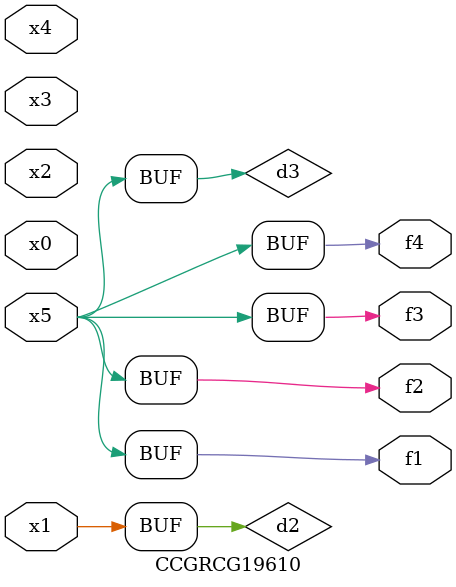
<source format=v>
module CCGRCG19610(
	input x0, x1, x2, x3, x4, x5,
	output f1, f2, f3, f4
);

	wire d1, d2, d3;

	not (d1, x5);
	or (d2, x1);
	xnor (d3, d1);
	assign f1 = d3;
	assign f2 = d3;
	assign f3 = d3;
	assign f4 = d3;
endmodule

</source>
